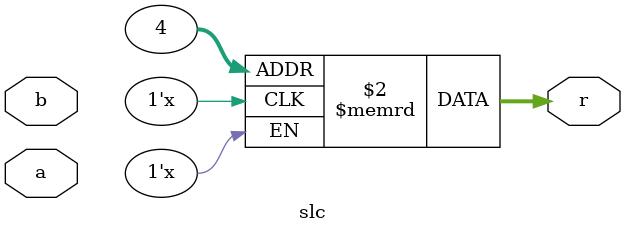
<source format=sv>
module slc #(parameter N=32) (
    output logic [N-1:0] r,
    input logic [N-1:0] a,
    input logic [$clog2(N)-1:0] b
);

localparam int K = $clog2(N);
logic [N-1:0] shift_res [0:K-1];

bslc #(
    .N(N),
    .b(1)
) shift_0 (
    .z(shift_res[0]),
    .a(a),
    .s(b[0])
);

genvar i;
generate
    for(i=1; i<K; i++) begin
        bslc #(
            .N(N),
            .b(2**i)
        ) shift_i (
            .z(shift_res[i]),
            .a(shift_res[i-1]),
            .s(b[i])
        );
    end
endgenerate

assign r = shift_res[K-1];

endmodule
</source>
